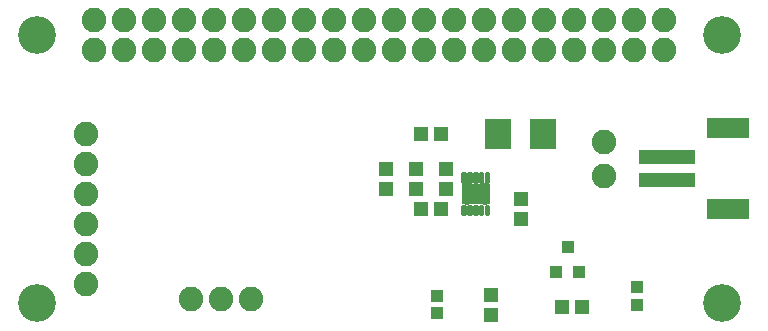
<source format=gbr>
G04 EAGLE Gerber RS-274X export*
G75*
%MOMM*%
%FSLAX34Y34*%
%LPD*%
%AMOC8*
5,1,8,0,0,1.08239X$1,22.5*%
G01*
%ADD10C,3.203200*%
%ADD11R,1.203200X1.303200*%
%ADD12R,1.303200X1.203200*%
%ADD13C,2.082800*%
%ADD14R,2.203200X2.603200*%
%ADD15R,1.003200X1.003200*%
%ADD16R,1.003200X1.103200*%
%ADD17C,0.342766*%
%ADD18R,2.353200X1.803200*%
%ADD19C,0.911200*%
%ADD20R,4.803200X1.203200*%
%ADD21R,3.603200X1.803200*%


D10*
X35000Y262000D03*
X615000Y262000D03*
X615000Y35000D03*
X35000Y35000D03*
D11*
X444500Y105800D03*
X444500Y122800D03*
X330200Y148200D03*
X330200Y131200D03*
X381000Y148200D03*
X381000Y131200D03*
X355600Y148200D03*
X355600Y131200D03*
D12*
X376800Y114300D03*
X359800Y114300D03*
D13*
X82900Y249600D03*
X108300Y249600D03*
X133700Y249600D03*
X159100Y249600D03*
X184500Y249600D03*
X209900Y249600D03*
X235300Y249600D03*
X260700Y249600D03*
X286100Y249600D03*
X311500Y249600D03*
X336900Y249600D03*
X362300Y249600D03*
X387700Y249600D03*
X387700Y275000D03*
X362300Y275000D03*
X336900Y275000D03*
X311500Y275000D03*
X286100Y275000D03*
X260700Y275000D03*
X235300Y275000D03*
X209900Y275000D03*
X184500Y275000D03*
X159100Y275000D03*
X133700Y275000D03*
X108300Y275000D03*
X82900Y275000D03*
X413100Y249600D03*
X413100Y275000D03*
X438500Y249600D03*
X438500Y275000D03*
X463900Y249600D03*
X463900Y275000D03*
X489300Y249600D03*
X489300Y275000D03*
X514700Y249600D03*
X514700Y275000D03*
X540100Y249600D03*
X540100Y275000D03*
X565500Y249600D03*
X565500Y275000D03*
D14*
X425500Y177800D03*
X463500Y177800D03*
D15*
X542600Y33300D03*
X542600Y48300D03*
D16*
X474500Y61500D03*
X493500Y61500D03*
X484000Y82500D03*
D13*
X76200Y177800D03*
X76200Y152400D03*
X76200Y127000D03*
X76200Y101600D03*
X76200Y76200D03*
X76200Y50800D03*
D12*
X359800Y177800D03*
X376800Y177800D03*
X479500Y31400D03*
X496500Y31400D03*
D13*
X215900Y38100D03*
X190500Y38100D03*
X165100Y38100D03*
D17*
X415798Y137748D02*
X415798Y143952D01*
X417002Y143952D01*
X417002Y137748D01*
X415798Y137748D01*
X415798Y141005D02*
X417002Y141005D01*
X410798Y143952D02*
X410798Y137748D01*
X410798Y143952D02*
X412002Y143952D01*
X412002Y137748D01*
X410798Y137748D01*
X410798Y141005D02*
X412002Y141005D01*
X405798Y143952D02*
X405798Y137748D01*
X405798Y143952D02*
X407002Y143952D01*
X407002Y137748D01*
X405798Y137748D01*
X405798Y141005D02*
X407002Y141005D01*
X400798Y143952D02*
X400798Y137748D01*
X400798Y143952D02*
X402002Y143952D01*
X402002Y137748D01*
X400798Y137748D01*
X400798Y141005D02*
X402002Y141005D01*
X395798Y143952D02*
X395798Y137748D01*
X395798Y143952D02*
X397002Y143952D01*
X397002Y137748D01*
X395798Y137748D01*
X395798Y141005D02*
X397002Y141005D01*
X397002Y116252D02*
X397002Y110048D01*
X395798Y110048D01*
X395798Y116252D01*
X397002Y116252D01*
X397002Y113305D02*
X395798Y113305D01*
X402002Y116252D02*
X402002Y110048D01*
X400798Y110048D01*
X400798Y116252D01*
X402002Y116252D01*
X402002Y113305D02*
X400798Y113305D01*
X407002Y116252D02*
X407002Y110048D01*
X405798Y110048D01*
X405798Y116252D01*
X407002Y116252D01*
X407002Y113305D02*
X405798Y113305D01*
X412002Y116252D02*
X412002Y110048D01*
X410798Y110048D01*
X410798Y116252D01*
X412002Y116252D01*
X412002Y113305D02*
X410798Y113305D01*
X417002Y116252D02*
X417002Y110048D01*
X415798Y110048D01*
X415798Y116252D01*
X417002Y116252D01*
X417002Y113305D02*
X415798Y113305D01*
D18*
X406400Y127000D03*
D19*
X406400Y127000D03*
X413900Y122000D03*
X413900Y132000D03*
X398900Y132000D03*
X398900Y122000D03*
D20*
X568000Y159000D03*
X568000Y139000D03*
D21*
X620000Y183000D03*
X620000Y115000D03*
D13*
X515000Y142222D03*
X515000Y171178D03*
D15*
X373634Y26282D03*
X373634Y41282D03*
D11*
X419354Y24520D03*
X419354Y41520D03*
M02*

</source>
